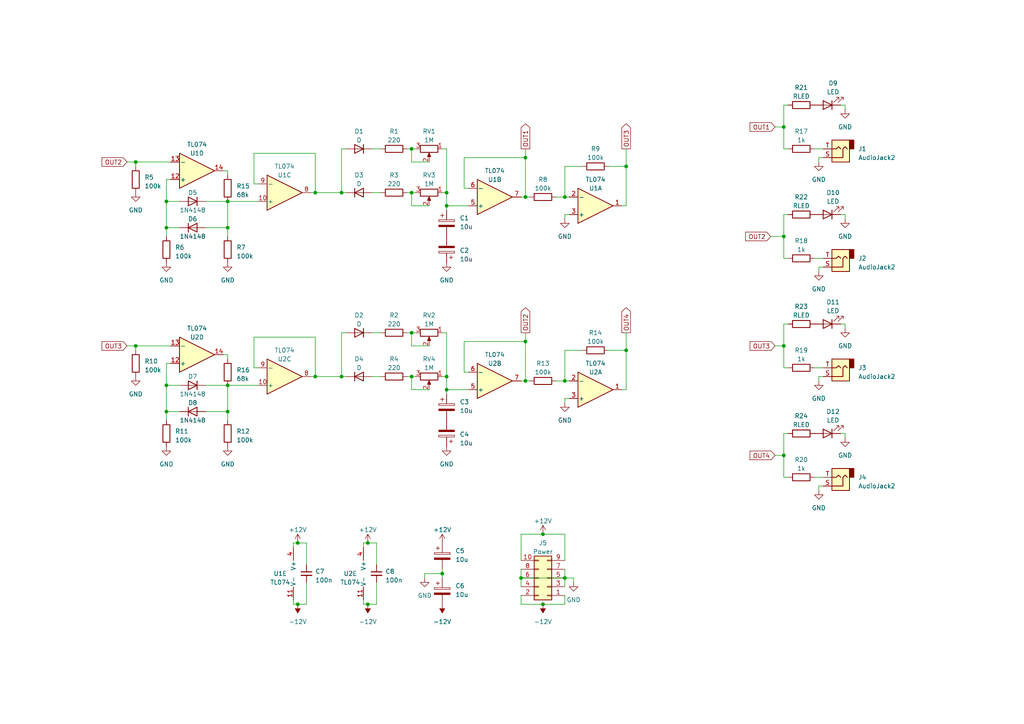
<source format=kicad_sch>
(kicad_sch (version 20230121) (generator eeschema)
  (paper "A4")
  (title_block (title "BMC031") (date "2023-03-11") (rev "1") (comment 1 "(Sandelinos' version)") (comment 2 "Barton Musical Circuits BMC031"))
  (lib_symbols
    (symbol "Amplifier_Operational:TL074" (pin_names (offset 0.127))
      (property "Reference" "U" (at 0 5.08 0))
      (property "Value" "TL074" (at 0 -5.08 0))
      (symbol "TL074_1_1"
        (polyline (pts (xy -5.08 5.08) (xy 5.08 0) (xy -5.08 -5.08) (xy -5.08 5.08)) (stroke (width 0.254)) (fill (type background)))
        (pin output line (at 7.62 0 180) (length 2.54) (name "~") (number "1"))
        (pin input line (at -7.62 -2.54 0) (length 2.54) (name "-") (number "2"))
        (pin input line (at -7.62 2.54 0) (length 2.54) (name "+") (number "3"))
      )
      (symbol "TL074_2_1"
        (polyline (pts (xy -5.08 5.08) (xy 5.08 0) (xy -5.08 -5.08) (xy -5.08 5.08)) (stroke (width 0.254)) (fill (type background)))
        (pin input line (at -7.62 2.54 0) (length 2.54) (name "+") (number "5"))
        (pin input line (at -7.62 -2.54 0) (length 2.54) (name "-") (number "6"))
        (pin output line (at 7.62 0 180) (length 2.54) (name "~") (number "7"))
      )
      (symbol "TL074_3_1"
        (polyline (pts (xy -5.08 5.08) (xy 5.08 0) (xy -5.08 -5.08) (xy -5.08 5.08)) (stroke (width 0.254)) (fill (type background)))
        (pin input line (at -7.62 2.54 0) (length 2.54) (name "+") (number "10"))
        (pin output line (at 7.62 0 180) (length 2.54) (name "~") (number "8"))
        (pin input line (at -7.62 -2.54 0) (length 2.54) (name "-") (number "9"))
      )
      (symbol "TL074_4_1"
        (polyline (pts (xy -5.08 5.08) (xy 5.08 0) (xy -5.08 -5.08) (xy -5.08 5.08)) (stroke (width 0.254)) (fill (type background)))
        (pin input line (at -7.62 2.54 0) (length 2.54) (name "+") (number "12"))
        (pin input line (at -7.62 -2.54 0) (length 2.54) (name "-") (number "13"))
        (pin output line (at 7.62 0 180) (length 2.54) (name "~") (number "14"))
      )
      (symbol "TL074_5_1"
        (pin power_in line (at -2.54 -7.62 90) (length 3.81) (name "V-") (number "11"))
        (pin power_in line (at -2.54 7.62 270) (length 3.81) (name "V+") (number "4"))
      )
    )
    (symbol "Connector_Audio:AudioJack2"
      (property "Reference" "J" (at 0 8.89 0))
      (property "Value" "AudioJack2" (at 0 6.35 0))
      (symbol "AudioJack2_0_1"
        (rectangle (start -3.81 0) (end -2.54 -2.54) (stroke (width 0.254)) (fill (type outline)))
        (rectangle (start -2.54 3.81) (end 2.54 -2.54) (stroke (width 0.254)) (fill (type background)))
        (polyline (pts (xy 0 0) (xy 0.635 -0.635) (xy 1.27 0) (xy 2.54 0)) (stroke (width 0.254)))
        (polyline (pts (xy 2.54 2.54) (xy -0.635 2.54) (xy -0.635 0) (xy -1.27 -0.635) (xy -1.905 0)) (stroke (width 0.254)))
      )
      (symbol "AudioJack2_1_1"
        (pin passive line (at 5.08 2.54 180) (length 2.54) (name "~") (number "S"))
        (pin passive line (at 5.08 0 180) (length 2.54) (name "~") (number "T"))
      )
    )
    (symbol "Connector_Generic:Conn_02x05_Odd_Even" (pin_names (offset 1.016) hide)
      (property "Reference" "J" (at 1.27 7.62 0))
      (property "Value" "Conn_02x05_Odd_Even" (at 1.27 -7.62 0))
      (symbol "Conn_02x05_Odd_Even_1_1"
        (rectangle (start -1.27 -4.953) (end 0 -5.207) (stroke (width 0.1524)))
        (rectangle (start -1.27 -2.413) (end 0 -2.667) (stroke (width 0.1524)))
        (rectangle (start -1.27 0.127) (end 0 -0.127) (stroke (width 0.1524)))
        (rectangle (start -1.27 2.667) (end 0 2.413) (stroke (width 0.1524)))
        (rectangle (start -1.27 5.207) (end 0 4.953) (stroke (width 0.1524)))
        (rectangle (start -1.27 6.35) (end 3.81 -6.35) (stroke (width 0.254)) (fill (type background)))
        (rectangle (start 3.81 -4.953) (end 2.54 -5.207) (stroke (width 0.1524)))
        (rectangle (start 3.81 -2.413) (end 2.54 -2.667) (stroke (width 0.1524)))
        (rectangle (start 3.81 0.127) (end 2.54 -0.127) (stroke (width 0.1524)))
        (rectangle (start 3.81 2.667) (end 2.54 2.413) (stroke (width 0.1524)))
        (rectangle (start 3.81 5.207) (end 2.54 4.953) (stroke (width 0.1524)))
        (pin passive line (at -5.08 5.08 0) (length 3.81) (name "Pin_1") (number "1"))
        (pin passive line (at 7.62 -5.08 180) (length 3.81) (name "Pin_10") (number "10"))
        (pin passive line (at 7.62 5.08 180) (length 3.81) (name "Pin_2") (number "2"))
        (pin passive line (at -5.08 2.54 0) (length 3.81) (name "Pin_3") (number "3"))
        (pin passive line (at 7.62 2.54 180) (length 3.81) (name "Pin_4") (number "4"))
        (pin passive line (at -5.08 0 0) (length 3.81) (name "Pin_5") (number "5"))
        (pin passive line (at 7.62 0 180) (length 3.81) (name "Pin_6") (number "6"))
        (pin passive line (at -5.08 -2.54 0) (length 3.81) (name "Pin_7") (number "7"))
        (pin passive line (at 7.62 -2.54 180) (length 3.81) (name "Pin_8") (number "8"))
        (pin passive line (at -5.08 -5.08 0) (length 3.81) (name "Pin_9") (number "9"))
      )
    )
    (symbol "Device:C_Polarized" (pin_numbers hide) (pin_names (offset 0.254))
      (property "Reference" "C" (at 0.635 2.54 0))
      (property "Value" "C_Polarized" (at 0.635 -2.54 0))
      (symbol "C_Polarized_0_1"
        (rectangle (start -2.286 0.508) (end 2.286 1.016))
        (polyline (pts (xy -1.778 2.286) (xy -0.762 2.286)))
        (polyline (pts (xy -1.27 2.794) (xy -1.27 1.778)))
        (rectangle (start 2.286 -0.508) (end -2.286 -1.016) (fill (type outline)))
      )
      (symbol "C_Polarized_1_1"
        (pin passive line (at 0 3.81 270) (length 2.794) (name "~") (number "1"))
        (pin passive line (at 0 -3.81 90) (length 2.794) (name "~") (number "2"))
      )
    )
    (symbol "Device:C_Small" (pin_numbers hide) (pin_names (offset 0.254) hide)
      (property "Reference" "C" (at 0.254 1.778 0))
      (property "Value" "C_Small" (at 0.254 -2.032 0))
      (symbol "C_Small_0_1"
        (polyline (pts (xy -1.524 -0.508) (xy 1.524 -0.508)) (stroke (width 0.3302)))
        (polyline (pts (xy -1.524 0.508) (xy 1.524 0.508)) (stroke (width 0.3048)))
      )
      (symbol "C_Small_1_1"
        (pin passive line (at 0 2.54 270) (length 2.032) (name "~") (number "1"))
        (pin passive line (at 0 -2.54 90) (length 2.032) (name "~") (number "2"))
      )
    )
    (symbol "Device:D" (pin_numbers hide) (pin_names (offset 1.016) hide)
      (property "Reference" "D" (at 0 2.54 0))
      (property "Value" "D" (at 0 -2.54 0))
      (symbol "D_0_1"
        (polyline (pts (xy -1.27 1.27) (xy -1.27 -1.27)) (stroke (width 0.254)))
        (polyline (pts (xy 1.27 0) (xy -1.27 0)))
        (polyline (pts (xy 1.27 1.27) (xy 1.27 -1.27) (xy -1.27 0) (xy 1.27 1.27)) (stroke (width 0.254)))
      )
      (symbol "D_1_1"
        (pin passive line (at -3.81 0 0) (length 2.54) (name "K") (number "1"))
        (pin passive line (at 3.81 0 180) (length 2.54) (name "A") (number "2"))
      )
    )
    (symbol "Device:LED" (pin_numbers hide) (pin_names (offset 1.016) hide)
      (property "Reference" "D" (at 0 2.54 0))
      (property "Value" "LED" (at 0 -2.54 0))
      (symbol "LED_0_1"
        (polyline (pts (xy -1.27 -1.27) (xy -1.27 1.27)) (stroke (width 0.254)))
        (polyline (pts (xy -1.27 0) (xy 1.27 0)))
        (polyline (pts (xy 1.27 -1.27) (xy 1.27 1.27) (xy -1.27 0) (xy 1.27 -1.27)) (stroke (width 0.254)))
        (polyline (pts (xy -3.048 -0.762) (xy -4.572 -2.286) (xy -3.81 -2.286) (xy -4.572 -2.286) (xy -4.572 -1.524)))
        (polyline (pts (xy -1.778 -0.762) (xy -3.302 -2.286) (xy -2.54 -2.286) (xy -3.302 -2.286) (xy -3.302 -1.524)))
      )
      (symbol "LED_1_1"
        (pin passive line (at -3.81 0 0) (length 2.54) (name "K") (number "1"))
        (pin passive line (at 3.81 0 180) (length 2.54) (name "A") (number "2"))
      )
    )
    (symbol "Device:R" (pin_numbers hide) (pin_names (offset 0))
      (property "Reference" "R" (at 2.032 0 90))
      (property "Value" "R" (at 0 0 90))
      (symbol "R_0_1"
        (rectangle (start -1.016 -2.54) (end 1.016 2.54) (stroke (width 0.254)))
      )
      (symbol "R_1_1"
        (pin passive line (at 0 3.81 270) (length 1.27) (name "~") (number "1"))
        (pin passive line (at 0 -3.81 90) (length 1.27) (name "~") (number "2"))
      )
    )
    (symbol "Device:R_Potentiometer" (pin_names (offset 1.016) hide)
      (property "Reference" "RV" (at -4.445 0 90))
      (property "Value" "R_Potentiometer" (at -2.54 0 90))
      (symbol "R_Potentiometer_0_1"
        (polyline (pts (xy 2.54 0) (xy 1.524 0)))
        (polyline (pts (xy 1.143 0) (xy 2.286 0.508) (xy 2.286 -0.508) (xy 1.143 0)) (fill (type outline)))
        (rectangle (start 1.016 2.54) (end -1.016 -2.54) (stroke (width 0.254)))
      )
      (symbol "R_Potentiometer_1_1"
        (pin passive line (at 0 3.81 270) (length 1.27) (name "1") (number "1"))
        (pin passive line (at 3.81 0 180) (length 1.27) (name "2") (number "2"))
        (pin passive line (at 0 -3.81 90) (length 1.27) (name "3") (number "3"))
      )
    )
    (symbol "power:+12V" (power) (pin_names (offset 0))
      (property "Value" "+12V" (at 0 3.556 0))
      (symbol "+12V_0_1"
        (polyline (pts (xy -0.762 1.27) (xy 0 2.54)))
        (polyline (pts (xy 0 0) (xy 0 2.54)))
        (polyline (pts (xy 0 2.54) (xy 0.762 1.27)))
      )
      (symbol "+12V_1_1"
        (pin power_in line (at 0 0 90) (length 0) hide (name "+12V") (number "1"))
      )
    )
    (symbol "power:-12V" (power) (pin_names (offset 0))
      (property "Value" "-12V" (at 0 3.81 0))
      (symbol "-12V_0_0"
        (pin power_in line (at 0 0 90) (length 0) hide (name "-12V") (number "1"))
      )
      (symbol "-12V_0_1"
        (polyline (pts (xy 0 0) (xy 0 1.27) (xy 0.762 1.27) (xy 0 2.54) (xy -0.762 1.27) (xy 0 1.27)) (fill (type outline)))
      )
    )
    (symbol "power:GND" (power) (pin_names (offset 0))
      (property "Value" "GND" (at 0 -3.81 0))
      (symbol "GND_0_1"
        (polyline (pts (xy 0 0) (xy 0 -1.27) (xy 1.27 -1.27) (xy 0 -2.54) (xy -1.27 -1.27) (xy 0 -1.27)))
      )
      (symbol "GND_1_1"
        (pin power_in line (at 0 0 270) (length 0) hide (name "GND") (number "1"))
      )
    )
  )
  (junction (at 152.4 57.15))
  (junction (at 99.06 109.22))
  (junction (at 129.54 55.88))
  (junction (at 152.4 45.72))
  (junction (at 129.54 109.22))
  (junction (at 227.33 36.83))
  (junction (at 48.26 111.76))
  (junction (at 66.04 66.04))
  (junction (at 66.04 119.38))
  (junction (at 119.38 43.18))
  (junction (at 128.27 166.37))
  (junction (at 227.33 132.08))
  (junction (at 227.33 100.33))
  (junction (at 91.44 109.22))
  (junction (at 152.4 99.06))
  (junction (at 39.37 100.33))
  (junction (at 119.38 109.22))
  (junction (at 66.04 58.42))
  (junction (at 119.38 55.88))
  (junction (at 157.48 175.26))
  (junction (at 48.26 58.42))
  (junction (at 163.83 167.64))
  (junction (at 106.68 175.26))
  (junction (at 66.04 111.76))
  (junction (at 152.4 110.49))
  (junction (at 99.06 55.88))
  (junction (at 39.37 46.99))
  (junction (at 181.61 101.6))
  (junction (at 86.36 157.48))
  (junction (at 119.38 96.52))
  (junction (at 163.83 57.15))
  (junction (at 129.54 113.03))
  (junction (at 151.13 167.64))
  (junction (at 91.44 55.88))
  (junction (at 181.61 48.26))
  (junction (at 48.26 119.38))
  (junction (at 129.54 59.69))
  (junction (at 157.48 154.94))
  (junction (at 86.36 175.26))
  (junction (at 163.83 110.49))
  (junction (at 48.26 66.04))
  (junction (at 106.68 157.48))
  (junction (at 227.33 68.58))
  (wire (pts (xy 128.27 96.52) (xy 129.54 96.52)))
  (wire (pts (xy 227.33 100.33) (xy 224.79 100.33)))
  (wire (pts (xy 86.36 157.48) (xy 88.9 157.48)))
  (wire (pts (xy 227.33 68.58) (xy 223.52 68.58)))
  (wire (pts (xy 129.54 43.18) (xy 129.54 55.88)))
  (wire (pts (xy 245.11 93.98) (xy 245.11 95.25)))
  (wire (pts (xy 163.83 57.15) (xy 161.29 57.15)))
  (wire (pts (xy 105.41 175.26) (xy 105.41 173.99)))
  (wire (pts (xy 134.62 107.95) (xy 135.89 107.95)))
  (wire (pts (xy 163.83 57.15) (xy 163.83 48.26)))
  (wire (pts (xy 129.54 96.52) (xy 129.54 109.22)))
  (wire (pts (xy 91.44 55.88) (xy 99.06 55.88)))
  (wire (pts (xy 227.33 68.58) (xy 227.33 74.93)))
  (wire (pts (xy 245.11 30.48) (xy 245.11 31.75)))
  (wire (pts (xy 73.66 97.79) (xy 91.44 97.79)))
  (wire (pts (xy 236.22 74.93) (xy 238.76 74.93)))
  (wire (pts (xy 176.53 48.26) (xy 181.61 48.26)))
  (wire (pts (xy 227.33 125.73) (xy 227.33 132.08)))
  (wire (pts (xy 152.4 96.52) (xy 152.4 99.06)))
  (wire (pts (xy 48.26 111.76) (xy 48.26 105.41)))
  (wire (pts (xy 236.22 138.43) (xy 238.76 138.43)))
  (wire (pts (xy 73.66 44.45) (xy 91.44 44.45)))
  (wire (pts (xy 227.33 138.43) (xy 228.6 138.43)))
  (wire (pts (xy 163.83 167.64) (xy 163.83 170.18)))
  (wire (pts (xy 36.83 46.99) (xy 39.37 46.99)))
  (wire (pts (xy 152.4 110.49) (xy 153.67 110.49)))
  (wire (pts (xy 48.26 105.41) (xy 49.53 105.41)))
  (wire (pts (xy 165.1 57.15) (xy 163.83 57.15)))
  (wire (pts (xy 176.53 101.6) (xy 181.61 101.6)))
  (wire (pts (xy 227.33 106.68) (xy 228.6 106.68)))
  (wire (pts (xy 129.54 55.88) (xy 129.54 59.69)))
  (wire (pts (xy 119.38 109.22) (xy 119.38 113.03)))
  (wire (pts (xy 163.83 165.1) (xy 163.83 167.64)))
  (wire (pts (xy 118.11 55.88) (xy 119.38 55.88)))
  (wire (pts (xy 49.53 46.99) (xy 39.37 46.99)))
  (wire (pts (xy 128.27 166.37) (xy 123.19 166.37)))
  (wire (pts (xy 52.07 119.38) (xy 48.26 119.38)))
  (wire (pts (xy 237.49 140.97) (xy 238.76 140.97)))
  (wire (pts (xy 119.38 59.69) (xy 124.46 59.69)))
  (wire (pts (xy 134.62 54.61) (xy 134.62 45.72)))
  (wire (pts (xy 152.4 110.49) (xy 151.13 110.49)))
  (wire (pts (xy 128.27 55.88) (xy 129.54 55.88)))
  (wire (pts (xy 237.49 109.22) (xy 238.76 109.22)))
  (wire (pts (xy 243.84 93.98) (xy 245.11 93.98)))
  (wire (pts (xy 134.62 45.72) (xy 152.4 45.72)))
  (wire (pts (xy 151.13 167.64) (xy 151.13 170.18)))
  (wire (pts (xy 66.04 68.58) (xy 66.04 66.04)))
  (wire (pts (xy 129.54 109.22) (xy 129.54 113.03)))
  (wire (pts (xy 163.83 162.56) (xy 163.83 154.94)))
  (wire (pts (xy 59.69 119.38) (xy 66.04 119.38)))
  (wire (pts (xy 129.54 59.69) (xy 129.54 60.96)))
  (wire (pts (xy 107.95 43.18) (xy 110.49 43.18)))
  (wire (pts (xy 129.54 113.03) (xy 129.54 114.3)))
  (wire (pts (xy 123.19 166.37) (xy 123.19 167.64)))
  (wire (pts (xy 163.83 115.57) (xy 163.83 116.84)))
  (wire (pts (xy 228.6 62.23) (xy 227.33 62.23)))
  (wire (pts (xy 59.69 111.76) (xy 66.04 111.76)))
  (wire (pts (xy 228.6 93.98) (xy 227.33 93.98)))
  (wire (pts (xy 39.37 100.33) (xy 39.37 101.6)))
  (wire (pts (xy 52.07 111.76) (xy 48.26 111.76)))
  (wire (pts (xy 124.46 46.99) (xy 119.38 46.99)))
  (wire (pts (xy 91.44 109.22) (xy 90.17 109.22)))
  (wire (pts (xy 88.9 175.26) (xy 86.36 175.26)))
  (wire (pts (xy 48.26 119.38) (xy 48.26 111.76)))
  (wire (pts (xy 152.4 57.15) (xy 151.13 57.15)))
  (wire (pts (xy 99.06 109.22) (xy 100.33 109.22)))
  (wire (pts (xy 85.09 175.26) (xy 85.09 173.99)))
  (wire (pts (xy 118.11 43.18) (xy 119.38 43.18)))
  (wire (pts (xy 107.95 109.22) (xy 110.49 109.22)))
  (wire (pts (xy 73.66 106.68) (xy 73.66 97.79)))
  (wire (pts (xy 99.06 43.18) (xy 99.06 55.88)))
  (wire (pts (xy 134.62 99.06) (xy 152.4 99.06)))
  (wire (pts (xy 181.61 59.69) (xy 180.34 59.69)))
  (wire (pts (xy 243.84 62.23) (xy 245.11 62.23)))
  (wire (pts (xy 237.49 45.72) (xy 238.76 45.72)))
  (wire (pts (xy 105.41 175.26) (xy 106.68 175.26)))
  (wire (pts (xy 236.22 106.68) (xy 238.76 106.68)))
  (wire (pts (xy 99.06 55.88) (xy 100.33 55.88)))
  (wire (pts (xy 85.09 157.48) (xy 86.36 157.48)))
  (wire (pts (xy 48.26 52.07) (xy 49.53 52.07)))
  (wire (pts (xy 64.77 49.53) (xy 66.04 49.53)))
  (wire (pts (xy 128.27 109.22) (xy 129.54 109.22)))
  (wire (pts (xy 227.33 62.23) (xy 227.33 68.58)))
  (wire (pts (xy 107.95 55.88) (xy 110.49 55.88)))
  (wire (pts (xy 66.04 66.04) (xy 66.04 58.42)))
  (wire (pts (xy 135.89 59.69) (xy 129.54 59.69)))
  (wire (pts (xy 166.37 167.64) (xy 166.37 168.91)))
  (wire (pts (xy 227.33 30.48) (xy 227.33 36.83)))
  (wire (pts (xy 48.26 66.04) (xy 48.26 58.42)))
  (wire (pts (xy 48.26 58.42) (xy 48.26 52.07)))
  (wire (pts (xy 119.38 55.88) (xy 120.65 55.88)))
  (wire (pts (xy 88.9 168.91) (xy 88.9 175.26)))
  (wire (pts (xy 135.89 113.03) (xy 129.54 113.03)))
  (wire (pts (xy 152.4 45.72) (xy 152.4 57.15)))
  (wire (pts (xy 228.6 30.48) (xy 227.33 30.48)))
  (wire (pts (xy 106.68 157.48) (xy 109.22 157.48)))
  (wire (pts (xy 91.44 97.79) (xy 91.44 109.22)))
  (wire (pts (xy 163.83 110.49) (xy 161.29 110.49)))
  (wire (pts (xy 86.36 175.26) (xy 85.09 175.26)))
  (wire (pts (xy 85.09 157.48) (xy 85.09 158.75)))
  (wire (pts (xy 128.27 166.37) (xy 128.27 167.64)))
  (wire (pts (xy 237.49 78.74) (xy 237.49 77.47)))
  (wire (pts (xy 105.41 157.48) (xy 105.41 158.75)))
  (wire (pts (xy 165.1 115.57) (xy 163.83 115.57)))
  (wire (pts (xy 36.83 100.33) (xy 39.37 100.33)))
  (wire (pts (xy 128.27 165.1) (xy 128.27 166.37)))
  (wire (pts (xy 100.33 96.52) (xy 99.06 96.52)))
  (wire (pts (xy 91.44 55.88) (xy 90.17 55.88)))
  (wire (pts (xy 66.04 121.92) (xy 66.04 119.38)))
  (wire (pts (xy 109.22 157.48) (xy 109.22 163.83)))
  (wire (pts (xy 59.69 58.42) (xy 66.04 58.42)))
  (wire (pts (xy 119.38 46.99) (xy 119.38 43.18)))
  (wire (pts (xy 48.26 119.38) (xy 48.26 121.92)))
  (wire (pts (xy 119.38 100.33) (xy 119.38 96.52)))
  (wire (pts (xy 181.61 43.18) (xy 181.61 48.26)))
  (wire (pts (xy 237.49 142.24) (xy 237.49 140.97)))
  (wire (pts (xy 227.33 132.08) (xy 227.33 138.43)))
  (wire (pts (xy 52.07 66.04) (xy 48.26 66.04)))
  (wire (pts (xy 163.83 48.26) (xy 168.91 48.26)))
  (wire (pts (xy 163.83 167.64) (xy 166.37 167.64)))
  (wire (pts (xy 152.4 57.15) (xy 153.67 57.15)))
  (wire (pts (xy 243.84 30.48) (xy 245.11 30.48)))
  (wire (pts (xy 128.27 43.18) (xy 129.54 43.18)))
  (wire (pts (xy 100.33 43.18) (xy 99.06 43.18)))
  (wire (pts (xy 227.33 43.18) (xy 228.6 43.18)))
  (wire (pts (xy 99.06 96.52) (xy 99.06 109.22)))
  (wire (pts (xy 163.83 110.49) (xy 163.83 101.6)))
  (wire (pts (xy 157.48 175.26) (xy 163.83 175.26)))
  (wire (pts (xy 237.49 46.99) (xy 237.49 45.72)))
  (wire (pts (xy 237.49 77.47) (xy 238.76 77.47)))
  (wire (pts (xy 227.33 74.93) (xy 228.6 74.93)))
  (wire (pts (xy 243.84 125.73) (xy 245.11 125.73)))
  (wire (pts (xy 163.83 154.94) (xy 157.48 154.94)))
  (wire (pts (xy 48.26 66.04) (xy 48.26 68.58)))
  (wire (pts (xy 64.77 102.87) (xy 66.04 102.87)))
  (wire (pts (xy 119.38 55.88) (xy 119.38 59.69)))
  (wire (pts (xy 237.49 110.49) (xy 237.49 109.22)))
  (wire (pts (xy 152.4 99.06) (xy 152.4 110.49)))
  (wire (pts (xy 74.93 106.68) (xy 73.66 106.68)))
  (wire (pts (xy 52.07 58.42) (xy 48.26 58.42)))
  (wire (pts (xy 91.44 109.22) (xy 99.06 109.22)))
  (wire (pts (xy 119.38 96.52) (xy 120.65 96.52)))
  (wire (pts (xy 105.41 157.48) (xy 106.68 157.48)))
  (wire (pts (xy 151.13 154.94) (xy 151.13 162.56)))
  (wire (pts (xy 66.04 102.87) (xy 66.04 104.14)))
  (wire (pts (xy 106.68 175.26) (xy 109.22 175.26)))
  (wire (pts (xy 245.11 62.23) (xy 245.11 63.5)))
  (wire (pts (xy 59.69 66.04) (xy 66.04 66.04)))
  (wire (pts (xy 157.48 154.94) (xy 151.13 154.94)))
  (wire (pts (xy 66.04 111.76) (xy 74.93 111.76)))
  (wire (pts (xy 107.95 96.52) (xy 110.49 96.52)))
  (wire (pts (xy 88.9 157.48) (xy 88.9 163.83)))
  (wire (pts (xy 163.83 101.6) (xy 168.91 101.6)))
  (wire (pts (xy 151.13 172.72) (xy 151.13 175.26)))
  (wire (pts (xy 119.38 43.18) (xy 120.65 43.18)))
  (wire (pts (xy 163.83 175.26) (xy 163.83 172.72)))
  (wire (pts (xy 119.38 109.22) (xy 120.65 109.22)))
  (wire (pts (xy 151.13 167.64) (xy 163.83 167.64)))
  (wire (pts (xy 165.1 110.49) (xy 163.83 110.49)))
  (wire (pts (xy 151.13 165.1) (xy 151.13 167.64)))
  (wire (pts (xy 227.33 36.83) (xy 224.79 36.83)))
  (wire (pts (xy 74.93 53.34) (xy 73.66 53.34)))
  (wire (pts (xy 73.66 53.34) (xy 73.66 44.45)))
  (wire (pts (xy 134.62 107.95) (xy 134.62 99.06)))
  (wire (pts (xy 109.22 175.26) (xy 109.22 168.91)))
  (wire (pts (xy 66.04 58.42) (xy 74.93 58.42)))
  (wire (pts (xy 227.33 93.98) (xy 227.33 100.33)))
  (wire (pts (xy 118.11 109.22) (xy 119.38 109.22)))
  (wire (pts (xy 228.6 125.73) (xy 227.33 125.73)))
  (wire (pts (xy 134.62 54.61) (xy 135.89 54.61)))
  (wire (pts (xy 181.61 113.03) (xy 180.34 113.03)))
  (wire (pts (xy 151.13 175.26) (xy 157.48 175.26)))
  (wire (pts (xy 118.11 96.52) (xy 119.38 96.52)))
  (wire (pts (xy 49.53 100.33) (xy 39.37 100.33)))
  (wire (pts (xy 245.11 125.73) (xy 245.11 127)))
  (wire (pts (xy 152.4 43.18) (xy 152.4 45.72)))
  (wire (pts (xy 66.04 49.53) (xy 66.04 50.8)))
  (wire (pts (xy 91.44 44.45) (xy 91.44 55.88)))
  (wire (pts (xy 181.61 96.52) (xy 181.61 101.6)))
  (wire (pts (xy 165.1 62.23) (xy 163.83 62.23)))
  (wire (pts (xy 227.33 36.83) (xy 227.33 43.18)))
  (wire (pts (xy 181.61 48.26) (xy 181.61 59.69)))
  (wire (pts (xy 227.33 132.08) (xy 224.79 132.08)))
  (wire (pts (xy 227.33 100.33) (xy 227.33 106.68)))
  (wire (pts (xy 39.37 46.99) (xy 39.37 48.26)))
  (wire (pts (xy 236.22 43.18) (xy 238.76 43.18)))
  (wire (pts (xy 66.04 119.38) (xy 66.04 111.76)))
  (wire (pts (xy 119.38 113.03) (xy 124.46 113.03)))
  (wire (pts (xy 181.61 101.6) (xy 181.61 113.03)))
  (wire (pts (xy 163.83 62.23) (xy 163.83 63.5)))
  (wire (pts (xy 124.46 100.33) (xy 119.38 100.33)))
  (global_label "OUT3" (shape output) (at 181.61 43.18 90) (property "Intersheetrefs" "${INTERSHEET_REFS}" (effects hide)))
  (global_label "OUT2" (shape input) (at 223.52 68.58 180) (property "Intersheetrefs" "${INTERSHEET_REFS}" (effects hide)))
  (global_label "OUT3" (shape input) (at 36.83 100.33 180) (property "Intersheetrefs" "${INTERSHEET_REFS}" (effects hide)))
  (global_label "OUT2" (shape output) (at 152.4 96.52 90) (property "Intersheetrefs" "${INTERSHEET_REFS}" (effects hide)))
  (global_label "OUT1" (shape output) (at 152.4 43.18 90) (property "Intersheetrefs" "${INTERSHEET_REFS}" (effects hide)))
  (global_label "OUT2" (shape input) (at 36.83 46.99 180) (property "Intersheetrefs" "${INTERSHEET_REFS}" (effects hide)))
  (global_label "OUT4" (shape input) (at 224.79 132.08 180) (property "Intersheetrefs" "${INTERSHEET_REFS}" (effects hide)))
  (global_label "OUT3" (shape input) (at 224.79 100.33 180) (property "Intersheetrefs" "${INTERSHEET_REFS}" (effects hide)))
  (global_label "OUT4" (shape output) (at 181.61 96.52 90) (property "Intersheetrefs" "${INTERSHEET_REFS}" (effects hide)))
  (global_label "OUT1" (shape input) (at 224.79 36.83 180) (property "Intersheetrefs" "${INTERSHEET_REFS}" (effects hide)))
  (symbol (lib_id "Device:R") (at 114.3 55.88 90) (unit 1)
    (property "Reference" "R3" (at 114.3 50.8 90))
    (property "Value" "220" (at 114.3 53.34 90))
  )
  (symbol (lib_id "power:GND") (at 48.26 76.2 0) (unit 1)
    (property "Reference" "#PWR03" (effects hide))
    (property "Value" "GND" (at 48.26 81.28 0))
  )
  (symbol (lib_id "power:GND") (at 66.04 76.2 0) (unit 1)
    (property "Reference" "#PWR04" (effects hide))
    (property "Value" "GND" (at 66.04 81.28 0))
  )
  (symbol (lib_id "power:GND") (at 245.11 127 0) (unit 1)
    (property "Reference" "#PWR022" (effects hide))
    (property "Value" "GND" (at 245.11 132.08 0))
  )
  (symbol (lib_id "Device:R") (at 157.48 110.49 90) (unit 1)
    (property "Reference" "R13" (at 157.48 105.41 90))
    (property "Value" "100k" (at 157.48 107.95 90))
  )
  (symbol (lib_id "Device:R_Potentiometer") (at 124.46 109.22 270) (unit 1)
    (property "Reference" "RV4" (at 124.46 104.14 90))
    (property "Value" "1M" (at 124.46 106.68 90))
    (property "Footprint" "OptoDevice:R_LDR_5.0x4.1mm_P3mm_Vertical" (effects hide))
  )
  (symbol (lib_id "power:GND") (at 123.19 167.64 0) (unit 1)
    (property "Reference" "#PWR025" (effects hide))
    (property "Value" "GND" (at 123.19 172.72 0))
  )
  (symbol (lib_id "Device:R") (at 232.41 125.73 90) (unit 1)
    (property "Reference" "R24" (at 232.41 120.65 90))
    (property "Value" "RLED" (at 232.41 123.19 90))
  )
  (symbol (lib_id "Amplifier_Operational:TL074") (at 87.63 166.37 0) (unit 5)
    (property "Reference" "U1" (at 81.28 166.37 0))
    (property "Value" "TL074" (at 81.28 168.91 0))
    (property "Datasheet" "http://www.ti.com/lit/ds/symlink/tl071.pdf" (effects hide))
  )
  (symbol (lib_id "power:GND") (at 66.04 129.54 0) (unit 1)
    (property "Reference" "#PWR08" (effects hide))
    (property "Value" "GND" (at 66.04 134.62 0))
  )
  (symbol (lib_id "Device:D") (at 55.88 119.38 0) (unit 1)
    (property "Reference" "D8" (at 55.88 116.84 0))
    (property "Value" "1N4148" (at 55.88 121.92 0))
    (property "Sim.Device" "D" (effects hide))
    (property "Sim.Pins" "1=K 2=A" (effects hide))
  )
  (symbol (lib_id "Amplifier_Operational:TL074") (at 143.51 110.49 0) (mirror x) (unit 2)
    (property "Reference" "U2" (at 143.51 105.41 0))
    (property "Value" "TL074" (at 143.51 102.87 0))
    (property "Datasheet" "http://www.ti.com/lit/ds/symlink/tl071.pdf" (effects hide))
  )
  (symbol (lib_id "power:-12V") (at 86.36 175.26 180) (unit 1)
    (property "Reference" "#PWR013" (effects hide))
    (property "Value" "-12V" (at 86.36 180.34 0))
  )
  (symbol (lib_id "Device:R") (at 232.41 43.18 90) (unit 1)
    (property "Reference" "R17" (at 232.41 38.1 90))
    (property "Value" "1k" (at 232.41 40.64 90))
  )
  (symbol (lib_id "Device:D") (at 104.14 96.52 180) (unit 1)
    (property "Reference" "D2" (at 104.14 91.44 0))
    (property "Value" "D" (at 104.14 93.98 0))
    (property "Sim.Device" "D" (effects hide))
    (property "Sim.Pins" "1=K 2=A" (effects hide))
  )
  (symbol (lib_id "Device:C_Polarized") (at 129.54 64.77 0) (unit 1)
    (property "Reference" "C1" (at 133.35 63.246 0) (effects (justify left)))
    (property "Value" "10u" (at 133.35 65.786 0) (effects (justify left)))
  )
  (symbol (lib_id "Device:LED") (at 240.03 125.73 180) (unit 1)
    (property "Reference" "D12" (at 241.6175 119.38 0))
    (property "Value" "LED" (at 241.6175 121.92 0))
  )
  (symbol (lib_id "power:GND") (at 237.49 46.99 0) (unit 1)
    (property "Reference" "#PWR015" (effects hide))
    (property "Value" "GND" (at 237.49 52.07 0))
  )
  (symbol (lib_id "Device:R") (at 39.37 52.07 0) (unit 1)
    (property "Reference" "R5" (at 41.91 51.435 0) (effects (justify left)))
    (property "Value" "100k" (at 41.91 53.975 0) (effects (justify left)))
  )
  (symbol (lib_id "Device:LED") (at 240.03 93.98 180) (unit 1)
    (property "Reference" "D11" (at 241.6175 87.63 0))
    (property "Value" "LED" (at 241.6175 90.17 0))
  )
  (symbol (lib_id "Device:R") (at 114.3 109.22 90) (unit 1)
    (property "Reference" "R4" (at 114.3 104.14 90))
    (property "Value" "220" (at 114.3 106.68 90))
  )
  (symbol (lib_id "Device:R_Potentiometer") (at 124.46 55.88 270) (unit 1)
    (property "Reference" "RV3" (at 124.46 50.8 90))
    (property "Value" "1M" (at 124.46 53.34 90))
    (property "Footprint" "OptoDevice:R_LDR_5.0x4.1mm_P3mm_Vertical" (effects hide))
  )
  (symbol (lib_id "Amplifier_Operational:TL074") (at 172.72 59.69 0) (mirror x) (unit 1)
    (property "Reference" "U1" (at 172.72 54.61 0))
    (property "Value" "TL074" (at 172.72 52.07 0))
    (property "Datasheet" "http://www.ti.com/lit/ds/symlink/tl071.pdf" (effects hide))
  )
  (symbol (lib_id "power:-12V") (at 106.68 175.26 180) (unit 1)
    (property "Reference" "#PWR014" (effects hide))
    (property "Value" "-12V" (at 106.68 180.34 0))
  )
  (symbol (lib_id "Amplifier_Operational:TL074") (at 57.15 49.53 0) (mirror x) (unit 4)
    (property "Reference" "U1" (at 57.15 44.45 0))
    (property "Value" "TL074" (at 57.15 41.91 0))
    (property "Datasheet" "http://www.ti.com/lit/ds/symlink/tl071.pdf" (effects hide))
  )
  (symbol (lib_id "Device:R") (at 114.3 96.52 90) (unit 1)
    (property "Reference" "R2" (at 114.3 91.44 90))
    (property "Value" "220" (at 114.3 93.98 90))
  )
  (symbol (lib_id "power:+12V") (at 128.27 157.48 0) (unit 1)
    (property "Reference" "#PWR024" (effects hide))
    (property "Value" "+12V" (at 128.27 153.67 0))
  )
  (symbol (lib_id "Amplifier_Operational:TL074") (at 143.51 57.15 0) (mirror x) (unit 2)
    (property "Reference" "U1" (at 143.51 52.07 0))
    (property "Value" "TL074" (at 143.51 49.53 0))
    (property "Datasheet" "http://www.ti.com/lit/ds/symlink/tl071.pdf" (effects hide))
  )
  (symbol (lib_id "Device:D") (at 55.88 111.76 180) (unit 1)
    (property "Reference" "D7" (at 55.88 109.22 0))
    (property "Value" "1N4148" (at 55.88 114.3 0))
    (property "Sim.Device" "D" (effects hide))
    (property "Sim.Pins" "1=K 2=A" (effects hide))
  )
  (symbol (lib_id "power:+12V") (at 157.48 154.94 0) (unit 1)
    (property "Reference" "#PWR027" (effects hide))
    (property "Value" "+12V" (at 157.48 151.13 0))
  )
  (symbol (lib_id "Device:C_Small") (at 88.9 166.37 0) (unit 1)
    (property "Reference" "C7" (at 91.44 165.7413 0) (effects (justify left)))
    (property "Value" "100n" (at 91.44 168.2813 0) (effects (justify left)))
  )
  (symbol (lib_id "power:GND") (at 48.26 129.54 0) (unit 1)
    (property "Reference" "#PWR07" (effects hide))
    (property "Value" "GND" (at 48.26 134.62 0))
  )
  (symbol (lib_id "Connector_Audio:AudioJack2") (at 243.84 138.43 180) (unit 1)
    (property "Reference" "J4" (at 248.92 138.43 0) (effects (justify right)))
    (property "Value" "AudioJack2" (at 248.92 140.97 0) (effects (justify right)))
  )
  (symbol (lib_id "Device:R") (at 39.37 105.41 0) (unit 1)
    (property "Reference" "R10" (at 41.91 104.775 0) (effects (justify left)))
    (property "Value" "100k" (at 41.91 107.315 0) (effects (justify left)))
  )
  (symbol (lib_id "Device:R") (at 172.72 48.26 90) (unit 1)
    (property "Reference" "R9" (at 172.72 43.18 90))
    (property "Value" "100k" (at 172.72 45.72 90))
  )
  (symbol (lib_id "power:GND") (at 163.83 63.5 0) (unit 1)
    (property "Reference" "#PWR02" (effects hide))
    (property "Value" "GND" (at 163.83 68.58 0))
  )
  (symbol (lib_id "Device:R") (at 157.48 57.15 90) (unit 1)
    (property "Reference" "R8" (at 157.48 52.07 90))
    (property "Value" "100k" (at 157.48 54.61 90))
  )
  (symbol (lib_id "power:GND") (at 245.11 95.25 0) (unit 1)
    (property "Reference" "#PWR021" (effects hide))
    (property "Value" "GND" (at 245.11 100.33 0))
  )
  (symbol (lib_id "Connector_Audio:AudioJack2") (at 243.84 106.68 180) (unit 1)
    (property "Reference" "J3" (at 248.92 106.68 0) (effects (justify right)))
    (property "Value" "AudioJack2" (at 248.92 109.22 0) (effects (justify right)))
  )
  (symbol (lib_id "Device:D") (at 104.14 109.22 0) (unit 1)
    (property "Reference" "D4" (at 104.14 104.14 0))
    (property "Value" "D" (at 104.14 106.68 0))
    (property "Sim.Device" "D" (effects hide))
    (property "Sim.Pins" "1=K 2=A" (effects hide))
  )
  (symbol (lib_id "Device:C_Polarized") (at 129.54 125.73 180) (unit 1)
    (property "Reference" "C4" (at 133.35 125.984 0) (effects (justify right)))
    (property "Value" "10u" (at 133.35 128.524 0) (effects (justify right)))
  )
  (symbol (lib_id "Device:R") (at 232.41 106.68 90) (unit 1)
    (property "Reference" "R19" (at 232.41 101.6 90))
    (property "Value" "1k" (at 232.41 104.14 90))
  )
  (symbol (lib_id "power:-12V") (at 128.27 175.26 180) (unit 1)
    (property "Reference" "#PWR023" (effects hide))
    (property "Value" "-12V" (at 128.27 180.34 0))
  )
  (symbol (lib_id "Device:D") (at 55.88 66.04 0) (unit 1)
    (property "Reference" "D6" (at 55.88 63.5 0))
    (property "Value" "1N4148" (at 55.88 68.58 0))
    (property "Sim.Device" "D" (effects hide))
    (property "Sim.Pins" "1=K 2=A" (effects hide))
  )
  (symbol (lib_id "power:GND") (at 166.37 168.91 0) (unit 1)
    (property "Reference" "#PWR028" (effects hide))
    (property "Value" "GND" (at 166.37 173.99 0))
  )
  (symbol (lib_id "Device:LED") (at 240.03 62.23 180) (unit 1)
    (property "Reference" "D10" (at 241.6175 55.88 0))
    (property "Value" "LED" (at 241.6175 58.42 0))
  )
  (symbol (lib_id "Device:R_Potentiometer") (at 124.46 43.18 270) (unit 1)
    (property "Reference" "RV1" (at 124.46 38.1 90))
    (property "Value" "1M" (at 124.46 40.64 90))
    (property "Footprint" "OptoDevice:R_LDR_5.0x4.1mm_P3mm_Vertical" (effects hide))
  )
  (symbol (lib_id "power:GND") (at 129.54 129.54 0) (unit 1)
    (property "Reference" "#PWR09" (effects hide))
    (property "Value" "GND" (at 129.54 134.62 0))
  )
  (symbol (lib_id "power:GND") (at 237.49 110.49 0) (unit 1)
    (property "Reference" "#PWR019" (effects hide))
    (property "Value" "GND" (at 237.49 115.57 0))
  )
  (symbol (lib_id "Amplifier_Operational:TL074") (at 172.72 113.03 0) (mirror x) (unit 1)
    (property "Reference" "U2" (at 172.72 107.95 0))
    (property "Value" "TL074" (at 172.72 105.41 0))
    (property "Datasheet" "http://www.ti.com/lit/ds/symlink/tl071.pdf" (effects hide))
  )
  (symbol (lib_id "power:GND") (at 237.49 142.24 0) (unit 1)
    (property "Reference" "#PWR020" (effects hide))
    (property "Value" "GND" (at 237.49 147.32 0))
  )
  (symbol (lib_id "power:GND") (at 245.11 63.5 0) (unit 1)
    (property "Reference" "#PWR018" (effects hide))
    (property "Value" "GND" (at 245.11 68.58 0))
  )
  (symbol (lib_id "Device:C_Polarized") (at 129.54 72.39 180) (unit 1)
    (property "Reference" "C2" (at 133.35 72.644 0) (effects (justify right)))
    (property "Value" "10u" (at 133.35 75.184 0) (effects (justify right)))
  )
  (symbol (lib_id "Device:D") (at 104.14 55.88 0) (unit 1)
    (property "Reference" "D3" (at 104.14 50.8 0))
    (property "Value" "D" (at 104.14 53.34 0))
    (property "Sim.Device" "D" (effects hide))
    (property "Sim.Pins" "1=K 2=A" (effects hide))
  )
  (symbol (lib_id "Amplifier_Operational:TL074") (at 82.55 55.88 0) (mirror x) (unit 3)
    (property "Reference" "U1" (at 82.55 50.8 0))
    (property "Value" "TL074" (at 82.55 48.26 0))
    (property "Datasheet" "http://www.ti.com/lit/ds/symlink/tl071.pdf" (effects hide))
  )
  (symbol (lib_id "Amplifier_Operational:TL074") (at 82.55 109.22 0) (mirror x) (unit 3)
    (property "Reference" "U2" (at 82.55 104.14 0))
    (property "Value" "TL074" (at 82.55 101.6 0))
    (property "Datasheet" "http://www.ti.com/lit/ds/symlink/tl071.pdf" (effects hide))
  )
  (symbol (lib_id "Device:R") (at 66.04 125.73 0) (unit 1)
    (property "Reference" "R12" (at 68.58 125.095 0) (effects (justify left)))
    (property "Value" "100k" (at 68.58 127.635 0) (effects (justify left)))
  )
  (symbol (lib_id "Device:R") (at 232.41 74.93 90) (unit 1)
    (property "Reference" "R18" (at 232.41 69.85 90))
    (property "Value" "1k" (at 232.41 72.39 90))
  )
  (symbol (lib_id "Device:R") (at 232.41 30.48 90) (unit 1)
    (property "Reference" "R21" (at 232.41 25.4 90))
    (property "Value" "RLED" (at 232.41 27.94 90))
  )
  (symbol (lib_id "Device:R") (at 232.41 93.98 90) (unit 1)
    (property "Reference" "R23" (at 232.41 88.9 90))
    (property "Value" "RLED" (at 232.41 91.44 90))
  )
  (symbol (lib_id "Device:C_Small") (at 109.22 166.37 0) (unit 1)
    (property "Reference" "C8" (at 111.76 165.7413 0) (effects (justify left)))
    (property "Value" "100n" (at 111.76 168.2813 0) (effects (justify left)))
  )
  (symbol (lib_id "Device:D") (at 104.14 43.18 180) (unit 1)
    (property "Reference" "D1" (at 104.14 38.1 0))
    (property "Value" "D" (at 104.14 40.64 0))
    (property "Sim.Device" "D" (effects hide))
    (property "Sim.Pins" "1=K 2=A" (effects hide))
  )
  (symbol (lib_id "Device:R") (at 66.04 54.61 0) (unit 1)
    (property "Reference" "R15" (at 68.58 53.975 0) (effects (justify left)))
    (property "Value" "68k" (at 68.58 56.515 0) (effects (justify left)))
  )
  (symbol (lib_id "power:GND") (at 129.54 76.2 0) (unit 1)
    (property "Reference" "#PWR01" (effects hide))
    (property "Value" "GND" (at 129.54 81.28 0))
  )
  (symbol (lib_id "Device:R_Potentiometer") (at 124.46 96.52 270) (unit 1)
    (property "Reference" "RV2" (at 124.46 91.44 90))
    (property "Value" "1M" (at 124.46 93.98 90))
    (property "Footprint" "OptoDevice:R_LDR_5.0x4.1mm_P3mm_Vertical" (effects hide))
  )
  (symbol (lib_id "power:GND") (at 39.37 109.22 0) (unit 1)
    (property "Reference" "#PWR06" (effects hide))
    (property "Value" "GND" (at 39.37 114.3 0))
  )
  (symbol (lib_id "Connector_Audio:AudioJack2") (at 243.84 74.93 180) (unit 1)
    (property "Reference" "J2" (at 248.92 74.93 0) (effects (justify right)))
    (property "Value" "AudioJack2" (at 248.92 77.47 0) (effects (justify right)))
  )
  (symbol (lib_id "power:GND") (at 163.83 116.84 0) (unit 1)
    (property "Reference" "#PWR010" (effects hide))
    (property "Value" "GND" (at 163.83 121.92 0))
  )
  (symbol (lib_id "Device:C_Polarized") (at 128.27 171.45 0) (unit 1)
    (property "Reference" "C6" (at 132.08 169.926 0) (effects (justify left)))
    (property "Value" "10u" (at 132.08 172.466 0) (effects (justify left)))
  )
  (symbol (lib_id "Device:R") (at 232.41 62.23 90) (unit 1)
    (property "Reference" "R22" (at 232.41 57.15 90))
    (property "Value" "RLED" (at 232.41 59.69 90))
  )
  (symbol (lib_id "Device:R") (at 66.04 72.39 0) (unit 1)
    (property "Reference" "R7" (at 68.58 71.755 0) (effects (justify left)))
    (property "Value" "100k" (at 68.58 74.295 0) (effects (justify left)))
  )
  (symbol (lib_id "power:GND") (at 237.49 78.74 0) (unit 1)
    (property "Reference" "#PWR017" (effects hide))
    (property "Value" "GND" (at 237.49 83.82 0))
  )
  (symbol (lib_id "Device:C_Polarized") (at 129.54 118.11 0) (unit 1)
    (property "Reference" "C3" (at 133.35 116.586 0) (effects (justify left)))
    (property "Value" "10u" (at 133.35 119.126 0) (effects (justify left)))
  )
  (symbol (lib_id "Device:C_Polarized") (at 128.27 161.29 0) (unit 1)
    (property "Reference" "C5" (at 132.08 159.766 0) (effects (justify left)))
    (property "Value" "10u" (at 132.08 162.306 0) (effects (justify left)))
  )
  (symbol (lib_id "Device:D") (at 55.88 58.42 180) (unit 1)
    (property "Reference" "D5" (at 55.88 55.88 0))
    (property "Value" "1N4148" (at 55.88 60.96 0))
    (property "Sim.Device" "D" (effects hide))
    (property "Sim.Pins" "1=K 2=A" (effects hide))
  )
  (symbol (lib_id "Device:LED") (at 240.03 30.48 180) (unit 1)
    (property "Reference" "D9" (at 241.6175 24.13 0))
    (property "Value" "LED" (at 241.6175 26.67 0))
  )
  (symbol (lib_id "Device:R") (at 66.04 107.95 0) (unit 1)
    (property "Reference" "R16" (at 68.58 107.315 0) (effects (justify left)))
    (property "Value" "68k" (at 68.58 109.855 0) (effects (justify left)))
  )
  (symbol (lib_id "power:GND") (at 245.11 31.75 0) (unit 1)
    (property "Reference" "#PWR016" (effects hide))
    (property "Value" "GND" (at 245.11 36.83 0))
  )
  (symbol (lib_id "Device:R") (at 232.41 138.43 90) (unit 1)
    (property "Reference" "R20" (at 232.41 133.35 90))
    (property "Value" "1k" (at 232.41 135.89 90))
  )
  (symbol (lib_id "Amplifier_Operational:TL074") (at 57.15 102.87 0) (mirror x) (unit 4)
    (property "Reference" "U2" (at 57.15 97.79 0))
    (property "Value" "TL074" (at 57.15 95.25 0))
    (property "Datasheet" "http://www.ti.com/lit/ds/symlink/tl071.pdf" (effects hide))
  )
  (symbol (lib_id "Connector_Audio:AudioJack2") (at 243.84 43.18 180) (unit 1)
    (property "Reference" "J1" (at 248.92 43.18 0) (effects (justify right)))
    (property "Value" "AudioJack2" (at 248.92 45.72 0) (effects (justify right)))
  )
  (symbol (lib_id "power:+12V") (at 106.68 157.48 0) (unit 1)
    (property "Reference" "#PWR012" (effects hide))
    (property "Value" "+12V" (at 106.68 153.67 0))
  )
  (symbol (lib_id "Connector_Generic:Conn_02x05_Odd_Even") (at 158.75 167.64 180) (unit 1)
    (property "Reference" "J5" (at 157.48 157.48 0))
    (property "Value" "Power" (at 157.48 160.02 0))
  )
  (symbol (lib_id "power:+12V") (at 86.36 157.48 0) (unit 1)
    (property "Reference" "#PWR011" (effects hide))
    (property "Value" "+12V" (at 86.36 153.67 0))
  )
  (symbol (lib_id "power:GND") (at 39.37 55.88 0) (unit 1)
    (property "Reference" "#PWR05" (effects hide))
    (property "Value" "GND" (at 39.37 60.96 0))
  )
  (symbol (lib_id "Amplifier_Operational:TL074") (at 107.95 166.37 0) (unit 5)
    (property "Reference" "U2" (at 101.6 166.37 0))
    (property "Value" "TL074" (at 101.6 168.91 0))
    (property "Datasheet" "http://www.ti.com/lit/ds/symlink/tl071.pdf" (effects hide))
  )
  (symbol (lib_id "power:-12V") (at 157.48 175.26 180) (unit 1)
    (property "Reference" "#PWR026" (effects hide))
    (property "Value" "-12V" (at 157.48 180.34 0))
  )
  (symbol (lib_id "Device:R") (at 172.72 101.6 90) (unit 1)
    (property "Reference" "R14" (at 172.72 96.52 90))
    (property "Value" "100k" (at 172.72 99.06 90))
  )
  (symbol (lib_id "Device:R") (at 48.26 125.73 0) (unit 1)
    (property "Reference" "R11" (at 50.8 125.095 0) (effects (justify left)))
    (property "Value" "100k" (at 50.8 127.635 0) (effects (justify left)))
  )
  (symbol (lib_id "Device:R") (at 48.26 72.39 0) (unit 1)
    (property "Reference" "R6" (at 50.8 71.755 0) (effects (justify left)))
    (property "Value" "100k" (at 50.8 74.295 0) (effects (justify left)))
  )
  (symbol (lib_id "Device:R") (at 114.3 43.18 90) (unit 1)
    (property "Reference" "R1" (at 114.3 38.1 90))
    (property "Value" "220" (at 114.3 40.64 90))
  )
)
</source>
